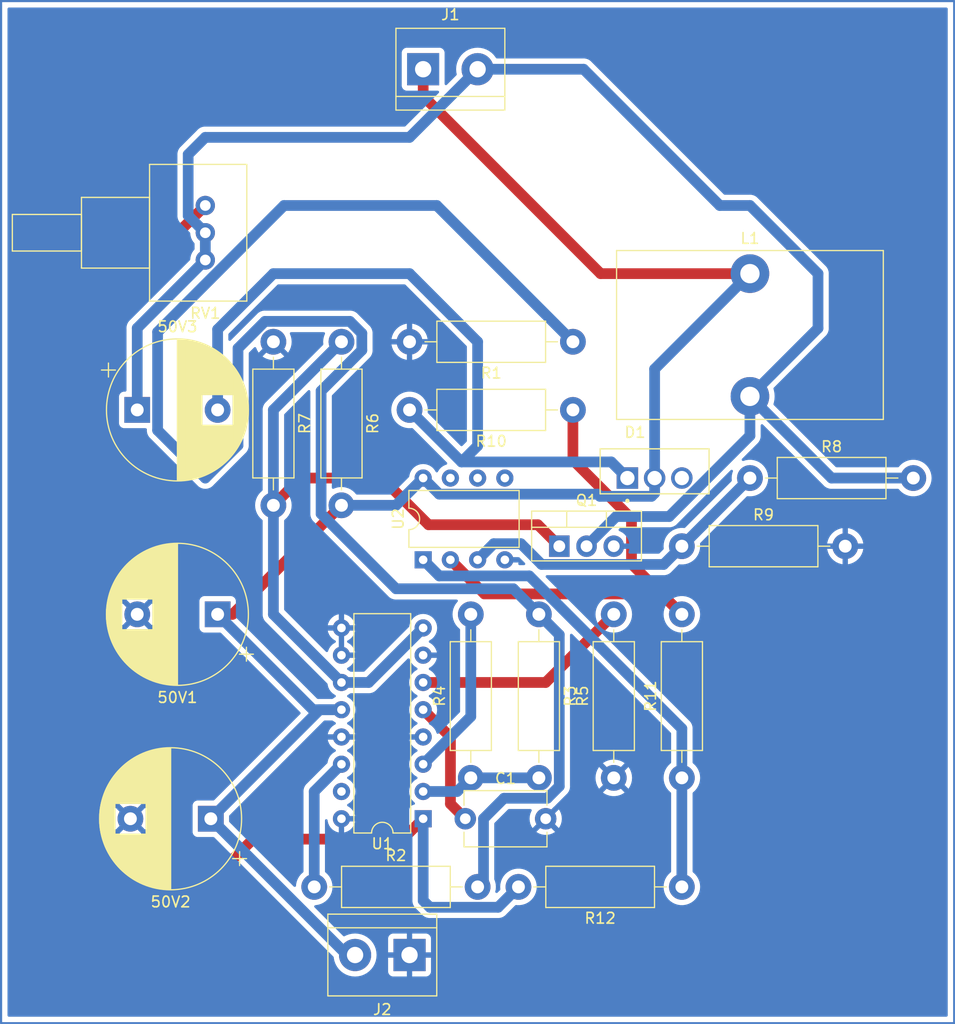
<source format=kicad_pcb>
(kicad_pcb (version 20221018) (generator pcbnew)
  (title_block (title "High Power DC-DC boos converter ") (date "05.12.2023") (rev "1.0") (company "by Muxtar_Safarov"))
  (layers (0 "F.Cu" signal) (31 "B.Cu" signal) (34 "B.Paste" user) (35 "F.Paste" user) (36 "B.SilkS" user "B.Silkscreen") (37 "F.SilkS" user "F.Silkscreen") (38 "B.Mask" user) (39 "F.Mask" user) (44 "Edge.Cuts" user))
  (net 0 "")
  (net 1 "+12V")
  (net 2 "Earth")
  (net 3 "Net-(J1-Pin_2)")
  (net 4 "Net-(50V3-Pad2)")
  (net 5 "Net-(U1-CT)")
  (net 6 "Net-(Q1-G)")
  (net 7 "Net-(R1-Pad1)")
  (net 8 "Vref")
  (net 9 "IN1-")
  (net 10 "COMP")
  (net 11 "Net-(U1-RT)")
  (net 12 "Net-(U2A-+)")
  (net 13 "Net-(U2A--)")
  (net 14 "Net-(R11-Pad1)")
  (net 15 "Vadj")
  (footprint "Resistor_THT:R_Axial_DIN0411_L9.9mm_D3.6mm_P15.24mm_Horizontal" (layer "F.Cu") (at 82.55 127 -90)
    (fp_text reference "R6" (at 7.62 -2.92 90) (layer "F.SilkS"))
    (fp_text value "560R")
    (pad "1" thru_hole circle (at 0 0 270) (size 2.4 2.4) (drill 1.2) (layers "*.Cu" "*.Mask") (net 6 "Net-(Q1-G)"))
    (pad "2" thru_hole oval (at 15.24 0 270) (size 2.4 2.4) (drill 1.2) (layers "*.Cu" "*.Mask") (net 1 "+12V"))
  )
  (footprint "Resistor_THT:R_Axial_DIN0411_L9.9mm_D3.6mm_P15.24mm_Horizontal" (layer "F.Cu") (at 107.95 167.64 90)
    (fp_text reference "R5" (at 7.62 -2.92 90) (layer "F.SilkS"))
    (fp_text value "50K")
    (pad "1" thru_hole circle (at 0 0 90) (size 2.4 2.4) (drill 1.2) (layers "*.Cu" "*.Mask") (net 2 "Earth"))
    (pad "2" thru_hole oval (at 15.24 0 90) (size 2.4 2.4) (drill 1.2) (layers "*.Cu" "*.Mask") (net 11 "Net-(U1-RT)"))
  )
  (footprint "Capacitor_THT:C_Disc_D7.5mm_W5.0mm_P7.50mm" (layer "F.Cu") (at 94.1 171.45)
    (fp_text reference "C1" (at 3.75 -3.75) (layer "F.SilkS"))
    (fp_text value "2.2nF")
    (pad "1" thru_hole circle (at 0 0) (size 2 2) (drill 1) (layers "*.Cu" "*.Mask") (net 5 "Net-(U1-CT)"))
    (pad "2" thru_hole circle (at 7.5 0) (size 2 2) (drill 1) (layers "*.Cu" "*.Mask") (net 2 "Earth"))
  )
  (footprint "Resistor_THT:R_Axial_DIN0411_L9.9mm_D3.6mm_P15.24mm_Horizontal" (layer "F.Cu") (at 114.3 146.05)
    (fp_text reference "R9" (at 7.62 -2.92) (layer "F.SilkS"))
    (fp_text value "8.2K")
    (pad "1" thru_hole circle (at 0 0) (size 2.4 2.4) (drill 1.2) (layers "*.Cu" "*.Mask") (net 12 "Net-(U2A-+)"))
    (pad "2" thru_hole oval (at 15.24 0) (size 2.4 2.4) (drill 1.2) (layers "*.Cu" "*.Mask") (net 2 "Earth"))
  )
  (footprint "MBR20100CT:TO254P1066X482X2286-3" (layer "F.Cu") (at 109.22 139.7)
    (fp_text reference "D1" (at 0.715 -4.262) (layer "F.SilkS"))
    (fp_text value "MBR20100CT")
    (pad "1" thru_hole rect (at 0 0) (size 2 2) (drill 1.33) (layers "*.Cu" "*.Mask") (net 4 "Net-(50V3-Pad2)"))
    (pad "2" thru_hole circle (at 2.54 0) (size 2 2) (drill 1.33) (layers "*.Cu" "*.Mask") (net 1 "+12V"))
    (pad "3" thru_hole circle (at 5.08 0) (size 2 2) (drill 1.33) (layers "*.Cu" "*.Mask") (net 4 "Net-(50V3-Pad2)"))
  )
  (footprint "Resistor_THT:R_Axial_DIN0411_L9.9mm_D3.6mm_P15.24mm_Horizontal" (layer "F.Cu") (at 80.01 177.8)
    (fp_text reference "R2" (at 7.62 -2.92) (layer "F.SilkS"))
    (fp_text value "10K")
    (pad "1" thru_hole circle (at 0 0) (size 2.4 2.4) (drill 1.2) (layers "*.Cu" "*.Mask") (net 8 "Vref"))
    (pad "2" thru_hole oval (at 15.24 0) (size 2.4 2.4) (drill 1.2) (layers "*.Cu" "*.Mask") (net 7 "Net-(R1-Pad1)"))
  )
  (footprint "Resistor_THT:R_Axial_DIN0411_L9.9mm_D3.6mm_P15.24mm_Horizontal" (layer "F.Cu") (at 114.3 167.64 90)
    (fp_text reference "R11" (at 7.62 -2.92 90) (layer "F.SilkS"))
    (fp_text value "2.2K")
    (pad "1" thru_hole circle (at 0 0 90) (size 2.4 2.4) (drill 1.2) (layers "*.Cu" "*.Mask") (net 14 "Net-(R11-Pad1)"))
    (pad "2" thru_hole oval (at 15.24 0 90) (size 2.4 2.4) (drill 1.2) (layers "*.Cu" "*.Mask") (net 13 "Net-(U2A--)"))
  )
  (footprint "Capacitor_THT:CP_Radial_D13.0mm_P7.50mm" (layer "F.Cu") (at 71 152.4 180)
    (fp_text reference "50V1" (at 3.75 -7.75) (layer "F.SilkS"))
    (fp_text value "1000uF")
    (pad "1" thru_hole rect (at 0 0 180) (size 2.4 2.4) (drill 1.2) (layers "*.Cu" "*.Mask") (net 1 "+12V"))
    (pad "2" thru_hole circle (at 7.5 0 180) (size 2.4 2.4) (drill 1.2) (layers "*.Cu" "*.Mask") (net 2 "Earth"))
  )
  (footprint "Resistor_THT:R_Axial_DIN0411_L9.9mm_D3.6mm_P15.24mm_Horizontal" (layer "F.Cu") (at 114.3 177.8 180)
    (fp_text reference "R12" (at 7.62 -2.92) (layer "F.SilkS"))
    (fp_text value "10K")
    (pad "1" thru_hole circle (at 0 0 180) (size 2.4 2.4) (drill 1.2) (layers "*.Cu" "*.Mask") (net 14 "Net-(R11-Pad1)"))
    (pad "2" thru_hole oval (at 15.24 0 180) (size 2.4 2.4) (drill 1.2) (layers "*.Cu" "*.Mask") (net 15 "Vadj"))
  )
  (footprint "Resistor_THT:R_Axial_DIN0411_L9.9mm_D3.6mm_P15.24mm_Horizontal" (layer "F.Cu") (at 104.14 127 180)
    (fp_text reference "R1" (at 7.62 -2.92) (layer "F.SilkS"))
    (fp_text value "10K")
    (pad "1" thru_hole circle (at 0 0 180) (size 2.4 2.4) (drill 1.2) (layers "*.Cu" "*.Mask") (net 7 "Net-(R1-Pad1)"))
    (pad "2" thru_hole oval (at 15.24 0 180) (size 2.4 2.4) (drill 1.2) (layers "*.Cu" "*.Mask") (net 2 "Earth"))
  )
  (footprint "Resistor_THT:R_Axial_DIN0411_L9.9mm_D3.6mm_P15.24mm_Horizontal" (layer "F.Cu") (at 120.65 139.7)
    (fp_text reference "R8" (at 7.62 -2.92) (layer "F.SilkS"))
    (fp_text value "10K")
    (pad "1" thru_hole circle (at 0 0) (size 2.4 2.4) (drill 1.2) (layers "*.Cu" "*.Mask") (net 12 "Net-(U2A-+)"))
    (pad "2" thru_hole oval (at 15.24 0) (size 2.4 2.4) (drill 1.2) (layers "*.Cu" "*.Mask") (net 3 "Net-(J1-Pin_2)"))
  )
  (footprint "TerminalBlock:TerminalBlock_bornier-2_P5.08mm" (layer "F.Cu") (at 88.9 184.15 180)
    (fp_text reference "J2" (at 2.54 -5.08) (layer "F.SilkS"))
    (fp_text value "VCC")
    (pad "1" thru_hole rect (at 0 0 180) (size 3 3) (drill 1.52) (layers "*.Cu" "*.Mask") (net 2 "Earth"))
    (pad "2" thru_hole circle (at 5.08 0 180) (size 3 3) (drill 1.52) (layers "*.Cu" "*.Mask") (net 1 "+12V"))
  )
  (footprint "Package_DIP:DIP-16_W7.62mm" (layer "F.Cu") (at 90.17 171.45 180)
    (fp_text reference "U1" (at 3.81 -2.33) (layer "F.SilkS"))
    (fp_text value "TL494")
    (pad "1" thru_hole rect (at 0 0 180) (size 1.6 1.6) (drill 0.8) (layers "*.Cu" "*.Mask") (net 15 "Vadj"))
    (pad "2" thru_hole oval (at 0 2.54 180) (size 1.6 1.6) (drill 0.8) (layers "*.Cu" "*.Mask") (net 9 "IN1-"))
    (pad "3" thru_hole oval (at 0 5.08 180) (size 1.6 1.6) (drill 0.8) (layers "*.Cu" "*.Mask") (net 10 "COMP"))
    (pad "4" thru_hole oval (at 0 7.62 180) (size 1.6 1.6) (drill 0.8) (layers "*.Cu" "*.Mask") (net 2 "Earth"))
    (pad "5" thru_hole oval (at 0 10.16 180) (size 1.6 1.6) (drill 0.8) (layers "*.Cu" "*.Mask") (net 5 "Net-(U1-CT)"))
    (pad "6" thru_hole oval (at 0 12.7 180) (size 1.6 1.6) (drill 0.8) (layers "*.Cu" "*.Mask") (net 11 "Net-(U1-RT)"))
    (pad "7" thru_hole oval (at 0 15.24 180) (size 1.6 1.6) (drill 0.8) (layers "*.Cu" "*.Mask") (net 2 "Earth"))
    (pad "8" thru_hole oval (at 0 17.78 180) (size 1.6 1.6) (drill 0.8) (layers "*.Cu" "*.Mask") (net 6 "Net-(Q1-G)"))
    (pad "9" thru_hole oval (at 7.62 17.78 180) (size 1.6 1.6) (drill 0.8) (layers "*.Cu" "*.Mask") (net 2 "Earth"))
    (pad "10" thru_hole oval (at 7.62 15.24 180) (size 1.6 1.6) (drill 0.8) (layers "*.Cu" "*.Mask") (net 2 "Earth"))
    (pad "11" thru_hole oval (at 7.62 12.7 180) (size 1.6 1.6) (drill 0.8) (layers "*.Cu" "*.Mask") (net 6 "Net-(Q1-G)"))
    (pad "12" thru_hole oval (at 7.62 10.16 180) (size 1.6 1.6) (drill 0.8) (layers "*.Cu" "*.Mask") (net 1 "+12V"))
    (pad "13" thru_hole oval (at 7.62 7.62 180) (size 1.6 1.6) (drill 0.8) (layers "*.Cu" "*.Mask") (net 2 "Earth"))
    (pad "14" thru_hole oval (at 7.62 5.08 180) (size 1.6 1.6) (drill 0.8) (layers "*.Cu" "*.Mask") (net 8 "Vref"))
    (pad "15" thru_hole oval (at 7.62 2.54 180) (size 1.6 1.6) (drill 0.8) (layers "*.Cu" "*.Mask"))
    (pad "16" thru_hole oval (at 7.62 0 180) (size 1.6 1.6) (drill 0.8) (layers "*.Cu" "*.Mask") (net 2 "Earth"))
  )
  (footprint "Potentiometer_THT:Potentiometer_Vishay_148-149_Single_Horizontal" (layer "F.Cu") (at 69.85 114.3 180)
    (fp_text reference "RV1" (at 0 -10.04) (layer "F.SilkS"))
    (fp_text value "10K")
    (pad "1" thru_hole circle (at 0 0 180) (size 1.8 1.8) (drill 1) (layers "*.Cu" "*.Mask") (net 15 "Vadj"))
    (pad "2" thru_hole circle (at 0 -2.54 180) (size 1.8 1.8) (drill 1) (layers "*.Cu" "*.Mask") (net 3 "Net-(J1-Pin_2)"))
    (pad "3" thru_hole circle (at 0 -5.08 180) (size 1.8 1.8) (drill 1) (layers "*.Cu" "*.Mask") (net 3 "Net-(J1-Pin_2)"))
  )
  (footprint "Resistor_THT:R_Axial_DIN0411_L9.9mm_D3.6mm_P15.24mm_Horizontal" (layer "F.Cu") (at 100.965 152.4 -90)
    (fp_text reference "R3" (at 7.62 -2.92 90) (layer "F.SilkS"))
    (fp_text value "560R")
    (pad "1" thru_hole circle (at 0 0 270) (size 2.4 2.4) (drill 1.2) (layers "*.Cu" "*.Mask") (net 7 "Net-(R1-Pad1)"))
    (pad "2" thru_hole oval (at 15.24 0 270) (size 2.4 2.4) (drill 1.2) (layers "*.Cu" "*.Mask") (net 9 "IN1-"))
  )
  (footprint "TerminalBlock:TerminalBlock_bornier-2_P5.08mm" (layer "F.Cu") (at 90.17 101.6)
    (fp_text reference "J1" (at 2.54 -5.08) (layer "F.SilkS"))
    (fp_text value "OUTPUT")
    (pad "1" thru_hole rect (at 0 0) (size 3 3) (drill 1.52) (layers "*.Cu" "*.Mask") (net 1 "+12V"))
    (pad "2" thru_hole circle (at 5.08 0) (size 3 3) (drill 1.52) (layers "*.Cu" "*.Mask") (net 3 "Net-(J1-Pin_2)"))
  )
  (footprint "Capacitor_THT:CP_Radial_D13.0mm_P7.50mm" (layer "F.Cu") (at 63.5 133.35)
    (fp_text reference "50V3" (at 3.75 -7.75) (layer "F.SilkS"))
    (fp_text value "1000uF")
    (pad "1" thru_hole rect (at 0 0) (size 2.4 2.4) (drill 1.2) (layers "*.Cu" "*.Mask") (net 3 "Net-(J1-Pin_2)"))
    (pad "2" thru_hole circle (at 7.5 0) (size 2.4 2.4) (drill 1.2) (layers "*.Cu" "*.Mask") (net 4 "Net-(50V3-Pad2)"))
  )
  (footprint "Inductor_THT:L_Toroid_Vertical_L24.6mm_W15.5mm_P11.44mm_Pulse_KM-4" (layer "F.Cu") (at 120.65 120.65)
    (fp_text reference "L1" (at 0 -3.28) (layer "F.SilkS"))
    (fp_text value "470uH")
    (pad "1" thru_hole circle (at 0 0) (size 3.6 3.6) (drill 1.8) (layers "*.Cu" "*.Mask") (net 1 "+12V"))
    (pad "2" thru_hole circle (at 0 11.44) (size 3.6 3.6) (drill 1.8) (layers "*.Cu" "*.Mask") (net 3 "Net-(J1-Pin_2)"))
  )
  (footprint "Package_TO_SOT_THT:TO-220-3_Vertical" (layer "F.Cu") (at 102.87 146.05)
    (fp_text reference "Q1" (at 2.54 -4.27) (layer "F.SilkS"))
    (fp_text value "IRF540N")
    (pad "1" thru_hole rect (at 0 0) (size 1.905 2) (drill 1.1) (layers "*.Cu" "*.Mask") (net 6 "Net-(Q1-G)"))
    (pad "2" thru_hole oval (at 2.54 0) (size 1.905 2) (drill 1.1) (layers "*.Cu" "*.Mask") (net 3 "Net-(J1-Pin_2)"))
    (pad "3" thru_hole oval (at 5.08 0) (size 1.905 2) (drill 1.1) (layers "*.Cu" "*.Mask") (net 2 "Earth"))
  )
  (footprint "Package_DIP:DIP-8_W7.62mm" (layer "F.Cu") (at 90.17 147.32 90)
    (fp_text reference "U2" (at 3.81 -2.33 90) (layer "F.SilkS"))
    (fp_text value "LM358")
    (pad "1" thru_hole rect (at 0 0 90) (size 1.6 1.6) (drill 0.8) (layers "*.Cu" "*.Mask") (net 14 "Net-(R11-Pad1)"))
    (pad "2" thru_hole oval (at 0 2.54 90) (size 1.6 1.6) (drill 0.8) (layers "*.Cu" "*.Mask") (net 13 "Net-(U2A--)"))
    (pad "3" thru_hole oval (at 0 5.08 90) (size 1.6 1.6) (drill 0.8) (layers "*.Cu" "*.Mask") (net 12 "Net-(U2A-+)"))
    (pad "4" thru_hole oval (at 0 7.62 90) (size 1.6 1.6) (drill 0.8) (layers "*.Cu" "*.Mask") (net 2 "Earth"))
    (pad "5" thru_hole oval (at 7.62 7.62 90) (size 1.6 1.6) (drill 0.8) (layers "*.Cu" "*.Mask"))
    (pad "6" thru_hole oval (at 7.62 5.08 90) (size 1.6 1.6) (drill 0.8) (layers "*.Cu" "*.Mask"))
    (pad "7" thru_hole oval (at 7.62 2.54 90) (size 1.6 1.6) (drill 0.8) (layers "*.Cu" "*.Mask"))
    (pad "8" thru_hole oval (at 7.62 0 90) (size 1.6 1.6) (drill 0.8) (layers "*.Cu" "*.Mask") (net 1 "+12V"))
  )
  (footprint "Capacitor_THT:CP_Radial_D13.0mm_P7.50mm" (layer "F.Cu") (at 70.365 171.45 180)
    (fp_text reference "50V2" (at 3.75 -7.75) (layer "F.SilkS"))
    (fp_text value "1000uF")
    (pad "1" thru_hole rect (at 0 0 180) (size 2.4 2.4) (drill 1.2) (layers "*.Cu" "*.Mask") (net 1 "+12V"))
    (pad "2" thru_hole circle (at 7.5 0 180) (size 2.4 2.4) (drill 1.2) (layers "*.Cu" "*.Mask") (net 2 "Earth"))
  )
  (footprint "Resistor_THT:R_Axial_DIN0411_L9.9mm_D3.6mm_P15.24mm_Horizontal" (layer "F.Cu") (at 94.615 167.64 90)
    (fp_text reference "R4" (at 7.62 -2.92 90) (layer "F.SilkS"))
    (fp_text value "50K")
    (pad "1" thru_hole circle (at 0 0 90) (size 2.4 2.4) (drill 1.2) (layers "*.Cu" "*.Mask") (net 9 "IN1-"))
    (pad "2" thru_hole oval (at 15.24 0 90) (size 2.4 2.4) (drill 1.2) (layers "*.Cu" "*.Mask") (net 10 "COMP"))
  )
  (footprint "Resistor_THT:R_Axial_DIN0411_L9.9mm_D3.6mm_P15.24mm_Horizontal" (layer "F.Cu") (at 104.14 133.35 180)
    (fp_text reference "R10" (at 7.62 -2.92) (layer "F.SilkS"))
    (fp_text value "10K")
    (pad "1" thru_hole circle (at 0 0 180) (size 2.4 2.4) (drill 1.2) (layers "*.Cu" "*.Mask") (net 13 "Net-(U2A--)"))
    (pad "2" thru_hole oval (at 15.24 0 180) (size 2.4 2.4) (drill 1.2) (layers "*.Cu" "*.Mask") (net 4 "Net-(50V3-Pad2)"))
  )
  (footprint "Resistor_THT:R_Axial_DIN0411_L9.9mm_D3.6mm_P15.24mm_Horizontal" (layer "F.Cu") (at 76.2 127 -90)
    (fp_text reference "R7" (at 7.62 -2.92 90) (layer "F.SilkS"))
    (fp_text value "10K")
    (pad "1" thru_hole circle (at 0 0 270) (size 2.4 2.4) (drill 1.2) (layers "*.Cu" "*.Mask") (net 2 "Earth"))
    (pad "2" thru_hole oval (at 15.24 0 270) (size 2.4 2.4) (drill 1.2) (layers "*.Cu" "*.Mask") (net 6 "Net-(Q1-G)"))
  )
  (gr_rect (start 50.8 95.25) (end 139.7 190.5) (stroke (width 0.2)) (fill none) (layer "B.Cu"))
  (segment (start 90.17 104.1) (end 106.72 120.65) (width 1) (layer "F.Cu") (net 1))
  (segment (start 106.72 120.65) (end 120.65 120.65) (width 1) (layer "F.Cu") (net 1))
  (segment (start 90.17 101.6) (end 90.17 104.1) (width 1) (layer "F.Cu") (net 1))
  (segment (start 72.39 152.4) (end 71 152.4) (width 1) (layer "F.Cu") (net 1))
  (segment (start 82.55 142.24) (end 72.39 152.4) (width 1) (layer "F.Cu") (net 1))
  (segment (start 106.65 141.4) (end 111.474213 141.4) (width 1) (layer "B.Cu") (net 1))
  (segment (start 82.55 161.29) (end 79.89 161.29) (width 1) (layer "B.Cu") (net 1))
  (segment (start 79.89 161.29) (end 71 152.4) (width 1) (layer "B.Cu") (net 1))
  (segment (start 70.365 171.45) (end 80.525 161.29) (width 1) (layer "B.Cu") (net 1))
  (segment (start 111.474213 141.4) (end 111.76 141.114213) (width 1) (layer "B.Cu") (net 1))
  (segment (start 82.55 142.24) (end 87.63 142.24) (width 1) (layer "B.Cu") (net 1))
  (segment (start 80.525 161.29) (end 82.55 161.29) (width 1) (layer "B.Cu") (net 1))
  (segment (start 83.065 184.15) (end 70.365 171.45) (width 1) (layer "B.Cu") (net 1))
  (segment (start 106.45 141.2) (end 106.65 141.4) (width 1) (layer "B.Cu") (net 1))
  (segment (start 111.76 139.7) (end 111.76 129.54) (width 1) (layer "B.Cu") (net 1))
  (segment (start 111.76 141.114213) (end 111.76 139.7) (width 1) (layer "B.Cu") (net 1))
  (segment (start 90.17 139.7) (end 91.67 141.2) (width 1) (layer "B.Cu") (net 1))
  (segment (start 87.63 142.24) (end 90.17 139.7) (width 1) (layer "B.Cu") (net 1))
  (segment (start 91.67 141.2) (end 106.45 141.2) (width 1) (layer "B.Cu") (net 1))
  (segment (start 111.76 129.54) (end 120.65 120.65) (width 1) (layer "B.Cu") (net 1))
  (segment (start 83.82 184.15) (end 83.065 184.15) (width 1) (layer "B.Cu") (net 1))
  (segment (start 120.65 114.3) (end 127 120.65) (width 1) (layer "B.Cu") (net 3))
  (segment (start 128.26 139.7) (end 120.65 132.09) (width 1) (layer "B.Cu") (net 3))
  (segment (start 63.5 133.35) (end 63.5 125.73) (width 1) (layer "B.Cu") (net 3))
  (segment (start 88.9 107.95) (end 95.25 101.6) (width 1) (layer "B.Cu") (net 3))
  (segment (start 127 120.65) (end 127 125.74) (width 1) (layer "B.Cu") (net 3))
  (segment (start 120.65 135.754164) (end 120.65 132.09) (width 1) (layer "B.Cu") (net 3))
  (segment (start 135.89 139.7) (end 128.26 139.7) (width 1) (layer "B.Cu") (net 3))
  (segment (start 105.135534 101.6) (end 117.835534 114.3) (width 1) (layer "B.Cu") (net 3))
  (segment (start 63.5 125.73) (end 69.85 119.38) (width 1) (layer "B.Cu") (net 3))
  (segment (start 69.85 107.95) (end 88.9 107.95) (width 1) (layer "B.Cu") (net 3))
  (segment (start 69.85 116.84) (end 69.85 119.38) (width 1) (layer "B.Cu") (net 3))
  (segment (start 108.17343 143.28657) (end 113.117594 143.28657) (width 1) (layer "B.Cu") (net 3))
  (segment (start 95.25 101.6) (end 105.135534 101.6) (width 1) (layer "B.Cu") (net 3))
  (segment (start 68.25 115.24) (end 68.25 109.55) (width 1) (layer "B.Cu") (net 3))
  (segment (start 69.85 116.84) (end 68.25 115.24) (width 1) (layer "B.Cu") (net 3))
  (segment (start 127 125.74) (end 120.65 132.09) (width 1) (layer "B.Cu") (net 3))
  (segment (start 68.25 109.55) (end 69.85 107.95) (width 1) (layer "B.Cu") (net 3))
  (segment (start 113.117594 143.28657) (end 120.65 135.754164) (width 1) (layer "B.Cu") (net 3))
  (segment (start 117.835534 114.3) (end 120.65 114.3) (width 1) (layer "B.Cu") (net 3))
  (segment (start 105.41 146.05) (end 108.17343 143.28657) (width 1) (layer "B.Cu") (net 3))
  (segment (start 95.25 127) (end 95.25 136.7) (width 1) (layer "B.Cu") (net 4))
  (segment (start 71 133.35) (end 71 125.85) (width 1) (layer "B.Cu") (net 4))
  (segment (start 107.72 138.2) (end 93.75 138.2) (width 1) (layer "B.Cu") (net 4))
  (segment (start 76.2 120.65) (end 88.9 120.65) (width 1) (layer "B.Cu") (net 4))
  (segment (start 88.9 120.65) (end 95.25 127) (width 1) (layer "B.Cu") (net 4))
  (segment (start 93.75 138.2) (end 88.9 133.35) (width 1) (layer "B.Cu") (net 4))
  (segment (start 71 125.85) (end 76.2 120.65) (width 1) (layer "B.Cu") (net 4))
  (segment (start 95.25 136.7) (end 93.75 138.2) (width 1) (layer "B.Cu") (net 4))
  (segment (start 109.22 139.7) (end 107.72 138.2) (width 1) (layer "B.Cu") (net 4))
  (segment (start 94.1 171.45) (end 92.715 170.065) (width 1) (layer "F.Cu") (net 5))
  (segment (start 92.715 170.065) (end 92.715 163.835) (width 1) (layer "F.Cu") (net 5))
  (segment (start 92.715 163.835) (end 90.17 161.29) (width 1) (layer "F.Cu") (net 5))
  (segment (start 90.67 144.05) (end 86.32 139.7) (width 1) (layer "F.Cu") (net 6))
  (segment (start 102.87 146.05) (end 100.87 144.05) (width 1) (layer "F.Cu") (net 6))
  (segment (start 86.32 139.7) (end 78.74 139.7) (width 1) (layer "F.Cu") (net 6))
  (segment (start 78.74 139.7) (end 76.2 142.24) (width 1) (layer "F.Cu") (net 6))
  (segment (start 100.87 144.05) (end 90.67 144.05) (width 1) (layer "F.Cu") (net 6))
  (segment (start 76.2 152.4) (end 76.2 142.24) (width 1) (layer "B.Cu") (net 6))
  (segment (start 82.55 127) (end 76.2 133.35) (width 1) (layer "B.Cu") (net 6))
  (segment (start 76.2 133.35) (end 76.2 142.24) (width 1) (layer "B.Cu") (net 6))
  (segment (start 82.55 158.75) (end 76.2 152.4) (width 1) (layer "B.Cu") (net 6))
  (segment (start 85.09 158.75) (end 90.17 153.67) (width 1) (layer "B.Cu") (net 6))
  (segment (start 82.55 158.75) (end 85.09 158.75) (width 1) (layer "B.Cu") (net 6))
  (segment (start 80.65 143.027006) (end 80.65 131.587006) (width 1) (layer "B.Cu") (net 7))
  (segment (start 98.585 150.02) (end 87.642994 150.02) (width 1) (layer "B.Cu") (net 7))
  (segment (start 95.8 171.45) (end 95.8 177.25) (width 1) (layer "B.Cu") (net 7))
  (segment (start 72.9 127.612994) (end 72.9 136.65) (width 1) (layer "B.Cu") (net 7))
  (segment (start 100.965 152.4) (end 102.865 154.3) (width 1) (layer "B.Cu") (net 7))
  (segment (start 65.4 126.092742) (end 77.192742 114.3) (width 1) (layer "B.Cu") (net 7))
  (segment (start 97.71 169.54) (end 95.8 171.45) (width 1) (layer "B.Cu") (net 7))
  (segment (start 83.337006 125.1) (end 75.412994 125.1) (width 1) (layer "B.Cu") (net 7))
  (segment (start 102.865 168.427006) (end 101.752006 169.54) (width 1) (layer "B.Cu") (net 7))
  (segment (start 72.9 136.65) (end 69.85 139.7) (width 1) (layer "B.Cu") (net 7))
  (segment (start 101.752006 169.54) (end 97.71 169.54) (width 1) (layer "B.Cu") (net 7))
  (segment (start 80.65 131.587006) (end 84.45 127.787006) (width 1) (layer "B.Cu") (net 7))
  (segment (start 84.45 126.212994) (end 83.337006 125.1) (width 1) (layer "B.Cu") (net 7))
  (segment (start 95.8 177.25) (end 95.25 177.8) (width 1) (layer "B.Cu") (net 7))
  (segment (start 100.965 152.4) (end 98.585 150.02) (width 1) (layer "B.Cu") (net 7))
  (segment (start 65.4 135.25) (end 65.4 126.092742) (width 1) (layer "B.Cu") (net 7))
  (segment (start 102.865 154.3) (end 102.865 168.427006) (width 1) (layer "B.Cu") (net 7))
  (segment (start 69.85 139.7) (end 65.4 135.25) (width 1) (layer "B.Cu") (net 7))
  (segment (start 87.642994 150.02) (end 80.65 143.027006) (width 1) (layer "B.Cu") (net 7))
  (segment (start 75.412994 125.1) (end 72.9 127.612994) (width 1) (layer "B.Cu") (net 7))
  (segment (start 77.192742 114.3) (end 91.44 114.3) (width 1) (layer "B.Cu") (net 7))
  (segment (start 91.44 114.3) (end 104.14 127) (width 1) (layer "B.Cu") (net 7))
  (segment (start 84.45 127.787006) (end 84.45 126.212994) (width 1) (layer "B.Cu") (net 7))
  (segment (start 82.55 166.37) (end 80.01 168.91) (width 1) (layer "B.Cu") (net 8))
  (segment (start 80.01 168.91) (end 80.01 177.8) (width 1) (layer "B.Cu") (net 8))
  (segment (start 100.965 167.64) (end 94.615 167.64) (width 1) (layer "B.Cu") (net 9))
  (segment (start 93.345 168.91) (end 94.615 167.64) (width 1) (layer "B.Cu") (net 9))
  (segment (start 90.17 168.91) (end 93.345 168.91) (width 1) (layer "B.Cu") (net 9))
  (segment (start 94.615 161.925) (end 90.17 166.37) (width 1) (layer "B.Cu") (net 10))
  (segment (start 94.615 152.4) (end 94.615 161.925) (width 1) (layer "B.Cu") (net 10))
  (segment (start 107.95 152.4) (end 101.6 158.75) (width 1) (layer "F.Cu") (net 11))
  (segment (start 101.6 158.75) (end 90.17 158.75) (width 1) (layer "F.Cu") (net 11))
  (segment (start 120.65 139.7) (end 114.3 146.05) (width 1) (layer "B.Cu") (net 12))
  (segment (start 112.6 147.75) (end 114.3 146.05) (width 1) (layer "B.Cu") (net 12))
  (segment (start 99.2875 145.82) (end 101.2175 147.75) (width 1) (layer "B.Cu") (net 12))
  (segment (start 101.2175 147.75) (end 112.6 147.75) (width 1) (layer "B.Cu") (net 12))
  (segment (start 95.25 147.32) (end 96.75 145.82) (width 1) (layer "B.Cu") (net 12))
  (segment (start 96.75 145.82) (end 99.2875 145.82) (width 1) (layer "B.Cu") (net 12))
  (segment (start 92.71 147.32) (end 95.89 150.5) (width 1) (layer "F.Cu") (net 13))
  (segment (start 104.14 133.35) (end 104.14 138.02) (width 1) (layer "F.Cu") (net 13))
  (segment (start 104.14 138.02) (end 109.6025 143.4825) (width 1) (layer "F.Cu") (net 13))
  (segment (start 112.4 150.5) (end 114.3 152.4) (width 1) (layer "F.Cu") (net 13))
  (segment (start 109.6025 147.7025) (end 114.3 152.4) (width 1) (layer "F.Cu") (net 13))
  (segment (start 109.6025 143.4825) (end 109.6025 147.7025) (width 1) (layer "F.Cu") (net 13))
  (segment (start 95.89 150.5) (end 112.4 150.5) (width 1) (layer "F.Cu") (net 13))
  (segment (start 114.3 167.64) (end 114.3 163.047994) (width 1) (layer "B.Cu") (net 14))
  (segment (start 114.3 167.64) (end 114.3 177.8) (width 1) (layer "B.Cu") (net 14))
  (segment (start 114.3 163.047994) (end 100.072006 148.82) (width 1) (layer "B.Cu") (net 14))
  (segment (start 91.67 148.82) (end 90.17 147.32) (width 1) (layer "B.Cu") (net 14))
  (segment (start 100.072006 148.82) (end 91.67 148.82) (width 1) (layer "B.Cu") (net 14))
  (segment (start 57.15 127) (end 63.5 120.65) (width 1) (layer "F.Cu") (net 15))
  (segment (start 88.27 173.35) (end 74.3 173.35) (width 1) (layer "F.Cu") (net 15))
  (segment (start 63.5 120.65) (end 69.85 114.3) (width 1) (layer "F.Cu") (net 15))
  (segment (start 69.85 177.8) (end 63.5 177.8) (width 1) (layer "F.Cu") (net 15))
  (segment (start 57.15 171.45) (end 57.15 165.1) (width 1) (layer "F.Cu") (net 15))
  (segment (start 74.3 173.35) (end 69.85 177.8) (width 1) (layer "F.Cu") (net 15))
  (segment (start 90.17 171.45) (end 88.27 173.35) (width 1) (layer "F.Cu") (net 15))
  (segment (start 63.5 177.8) (end 57.15 171.45) (width 1) (layer "F.Cu") (net 15))
  (segment (start 57.15 165.1) (end 57.15 127) (width 1) (layer "F.Cu") (net 15))
  (segment (start 90.8 179.7) (end 90.17 179.07) (width 1) (layer "B.Cu") (net 15))
  (segment (start 90.17 179.07) (end 90.17 171.45) (width 1) (layer "B.Cu") (net 15))
  (segment (start 99.06 177.8) (end 97.16 179.7) (width 1) (layer "B.Cu") (net 15))
  (segment (start 97.16 179.7) (end 90.8 179.7) (width 1) (layer "B.Cu") (net 15))
  (zone (net 2) (net_name "Earth") (layer "B.Cu") (connect_pads (clearance 0.5)) (min_thickness 0.25) (fill yes (thermal_gap 0.5) (thermal_bridge_width 0.5))
    (polygon (pts (xy 50.8 95.25) (xy 50.8 190.5) (xy 139.7 190.5) (xy 139.7 95.25)))
  )
)
</source>
